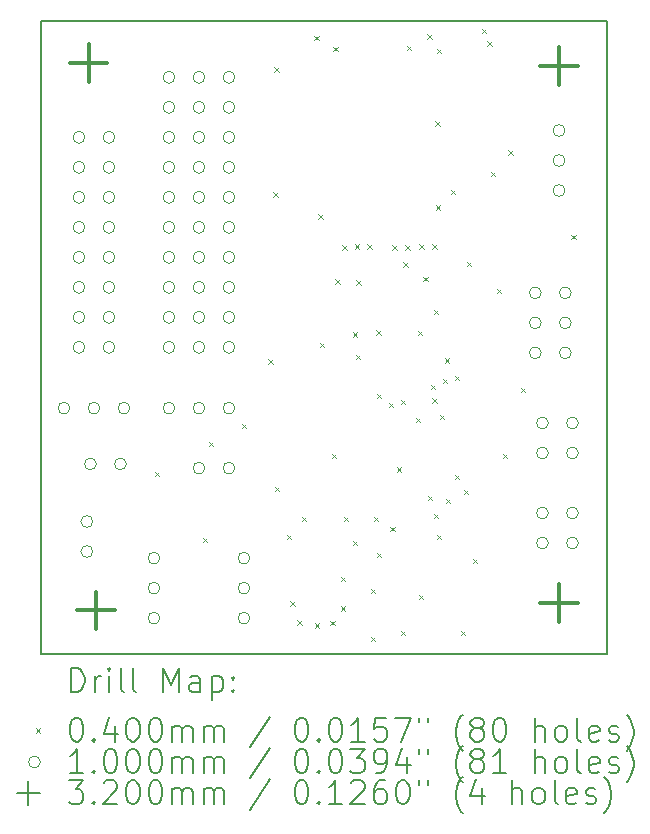
<source format=gbr>
%TF.GenerationSoftware,KiCad,Pcbnew,7.0.7*%
%TF.CreationDate,2023-10-11T19:37:05-04:00*%
%TF.ProjectId,DaisySeedBreakout,44616973-7953-4656-9564-427265616b6f,rev?*%
%TF.SameCoordinates,Original*%
%TF.FileFunction,Drillmap*%
%TF.FilePolarity,Positive*%
%FSLAX45Y45*%
G04 Gerber Fmt 4.5, Leading zero omitted, Abs format (unit mm)*
G04 Created by KiCad (PCBNEW 7.0.7) date 2023-10-11 19:37:05*
%MOMM*%
%LPD*%
G01*
G04 APERTURE LIST*
%ADD10C,0.200000*%
%ADD11C,0.040000*%
%ADD12C,0.100000*%
%ADD13C,0.320000*%
G04 APERTURE END LIST*
D10*
X11620500Y-3200400D02*
X16408400Y-3200400D01*
X16408400Y-8559800D01*
X11620500Y-8559800D01*
X11620500Y-3200400D01*
D11*
X12578400Y-7015800D02*
X12618400Y-7055800D01*
X12618400Y-7015800D02*
X12578400Y-7055800D01*
X12984800Y-7574600D02*
X13024800Y-7614600D01*
X13024800Y-7574600D02*
X12984800Y-7614600D01*
X13035600Y-6761800D02*
X13075600Y-6801800D01*
X13075600Y-6761800D02*
X13035600Y-6801800D01*
X13315000Y-6609400D02*
X13355000Y-6649400D01*
X13355000Y-6609400D02*
X13315000Y-6649400D01*
X13541060Y-6065840D02*
X13581060Y-6105840D01*
X13581060Y-6065840D02*
X13541060Y-6105840D01*
X13581700Y-4651060D02*
X13621700Y-4691060D01*
X13621700Y-4651060D02*
X13581700Y-4691060D01*
X13591860Y-3591880D02*
X13631860Y-3631880D01*
X13631860Y-3591880D02*
X13591860Y-3631880D01*
X13594400Y-7142800D02*
X13634400Y-7182800D01*
X13634400Y-7142800D02*
X13594400Y-7182800D01*
X13696000Y-7549200D02*
X13736000Y-7589200D01*
X13736000Y-7549200D02*
X13696000Y-7589200D01*
X13723142Y-8109199D02*
X13763142Y-8149199D01*
X13763142Y-8109199D02*
X13723142Y-8149199D01*
X13786912Y-8275897D02*
X13826912Y-8315897D01*
X13826912Y-8275897D02*
X13786912Y-8315897D01*
X13823000Y-7396800D02*
X13863000Y-7436800D01*
X13863000Y-7396800D02*
X13823000Y-7436800D01*
X13927140Y-3325180D02*
X13967140Y-3365180D01*
X13967140Y-3325180D02*
X13927140Y-3365180D01*
X13932220Y-8295960D02*
X13972220Y-8335960D01*
X13972220Y-8295960D02*
X13932220Y-8335960D01*
X13960160Y-4836480D02*
X14000160Y-4876480D01*
X14000160Y-4836480D02*
X13960160Y-4876480D01*
X13975400Y-5923600D02*
X14015400Y-5963600D01*
X14015400Y-5923600D02*
X13975400Y-5963600D01*
X14062651Y-8277500D02*
X14102651Y-8317500D01*
X14102651Y-8277500D02*
X14062651Y-8317500D01*
X14077000Y-6863400D02*
X14117000Y-6903400D01*
X14117000Y-6863400D02*
X14077000Y-6903400D01*
X14089700Y-3416620D02*
X14129700Y-3456620D01*
X14129700Y-3416620D02*
X14089700Y-3456620D01*
X14107480Y-5385120D02*
X14147480Y-5425120D01*
X14147480Y-5385120D02*
X14107480Y-5425120D01*
X14153181Y-8156892D02*
X14193181Y-8196892D01*
X14193181Y-8156892D02*
X14153181Y-8196892D01*
X14153200Y-7904800D02*
X14193200Y-7944800D01*
X14193200Y-7904800D02*
X14153200Y-7944800D01*
X14167425Y-5096575D02*
X14207425Y-5136575D01*
X14207425Y-5096575D02*
X14167425Y-5136575D01*
X14178600Y-7396800D02*
X14218600Y-7436800D01*
X14218600Y-7396800D02*
X14178600Y-7436800D01*
X14254800Y-5834700D02*
X14294800Y-5874700D01*
X14294800Y-5834700D02*
X14254800Y-5874700D01*
X14254800Y-7600000D02*
X14294800Y-7640000D01*
X14294800Y-7600000D02*
X14254800Y-7640000D01*
X14270839Y-5089659D02*
X14310839Y-5129659D01*
X14310839Y-5089659D02*
X14270839Y-5129659D01*
X14280200Y-6025200D02*
X14320200Y-6065200D01*
X14320200Y-6025200D02*
X14280200Y-6065200D01*
X14285280Y-5392740D02*
X14325280Y-5432740D01*
X14325280Y-5392740D02*
X14285280Y-5432740D01*
X14380839Y-5087119D02*
X14420839Y-5127119D01*
X14420839Y-5087119D02*
X14380839Y-5127119D01*
X14407200Y-8006400D02*
X14447200Y-8046400D01*
X14447200Y-8006400D02*
X14407200Y-8046400D01*
X14407200Y-8412800D02*
X14447200Y-8452800D01*
X14447200Y-8412800D02*
X14407200Y-8452800D01*
X14432600Y-7396800D02*
X14472600Y-7436800D01*
X14472600Y-7396800D02*
X14432600Y-7436800D01*
X14455695Y-5820555D02*
X14495695Y-5860555D01*
X14495695Y-5820555D02*
X14455695Y-5860555D01*
X14458000Y-6355400D02*
X14498000Y-6395400D01*
X14498000Y-6355400D02*
X14458000Y-6395400D01*
X14458000Y-7701600D02*
X14498000Y-7741600D01*
X14498000Y-7701600D02*
X14458000Y-7741600D01*
X14559600Y-6431600D02*
X14599600Y-6471600D01*
X14599600Y-6431600D02*
X14559600Y-6471600D01*
X14570321Y-7480763D02*
X14610321Y-7520763D01*
X14610321Y-7480763D02*
X14570321Y-7520763D01*
X14586686Y-5097940D02*
X14626686Y-5137940D01*
X14626686Y-5097940D02*
X14586686Y-5137940D01*
X14628629Y-6975925D02*
X14668629Y-7015925D01*
X14668629Y-6975925D02*
X14628629Y-7015925D01*
X14661200Y-6406200D02*
X14701200Y-6446200D01*
X14701200Y-6406200D02*
X14661200Y-6446200D01*
X14661200Y-8362000D02*
X14701200Y-8402000D01*
X14701200Y-8362000D02*
X14661200Y-8402000D01*
X14679791Y-5242911D02*
X14719791Y-5282911D01*
X14719791Y-5242911D02*
X14679791Y-5282911D01*
X14699659Y-5097279D02*
X14739659Y-5137279D01*
X14739659Y-5097279D02*
X14699659Y-5137279D01*
X14712000Y-3409000D02*
X14752000Y-3449000D01*
X14752000Y-3409000D02*
X14712000Y-3449000D01*
X14788200Y-6558600D02*
X14828200Y-6598600D01*
X14828200Y-6558600D02*
X14788200Y-6598600D01*
X14805980Y-5822000D02*
X14845980Y-5862000D01*
X14845980Y-5822000D02*
X14805980Y-5862000D01*
X14813600Y-8057200D02*
X14853600Y-8097200D01*
X14853600Y-8057200D02*
X14813600Y-8097200D01*
X14820839Y-5087119D02*
X14860839Y-5127119D01*
X14860839Y-5087119D02*
X14820839Y-5127119D01*
X14854240Y-5364800D02*
X14894240Y-5404800D01*
X14894240Y-5364800D02*
X14854240Y-5404800D01*
X14887260Y-3312480D02*
X14927260Y-3352480D01*
X14927260Y-3312480D02*
X14887260Y-3352480D01*
X14889800Y-7219000D02*
X14929800Y-7259000D01*
X14929800Y-7219000D02*
X14889800Y-7259000D01*
X14915200Y-6279200D02*
X14955200Y-6319200D01*
X14955200Y-6279200D02*
X14915200Y-6319200D01*
X14925551Y-6391521D02*
X14965551Y-6431521D01*
X14965551Y-6391521D02*
X14925551Y-6431521D01*
X14930839Y-5089659D02*
X14970839Y-5129659D01*
X14970839Y-5089659D02*
X14930839Y-5129659D01*
X14940600Y-5644200D02*
X14980600Y-5684200D01*
X14980600Y-5644200D02*
X14940600Y-5684200D01*
X14940600Y-7371400D02*
X14980600Y-7411400D01*
X14980600Y-7371400D02*
X14940600Y-7411400D01*
X14953300Y-4046540D02*
X14993300Y-4086540D01*
X14993300Y-4046540D02*
X14953300Y-4086540D01*
X14958271Y-4759929D02*
X14998271Y-4799929D01*
X14998271Y-4759929D02*
X14958271Y-4799929D01*
X14966000Y-3434400D02*
X15006000Y-3474400D01*
X15006000Y-3434400D02*
X14966000Y-3474400D01*
X14966000Y-7549200D02*
X15006000Y-7589200D01*
X15006000Y-7549200D02*
X14966000Y-7589200D01*
X14992295Y-6532305D02*
X15032295Y-6572305D01*
X15032295Y-6532305D02*
X14992295Y-6572305D01*
X15016800Y-6228400D02*
X15056800Y-6268400D01*
X15056800Y-6228400D02*
X15016800Y-6268400D01*
X15034580Y-6055680D02*
X15074580Y-6095680D01*
X15074580Y-6055680D02*
X15034580Y-6095680D01*
X15042200Y-7244400D02*
X15082200Y-7284400D01*
X15082200Y-7244400D02*
X15042200Y-7284400D01*
X15085380Y-4628200D02*
X15125380Y-4668200D01*
X15125380Y-4628200D02*
X15085380Y-4668200D01*
X15118400Y-6203000D02*
X15158400Y-6243000D01*
X15158400Y-6203000D02*
X15118400Y-6243000D01*
X15118400Y-7041200D02*
X15158400Y-7081200D01*
X15158400Y-7041200D02*
X15118400Y-7081200D01*
X15169200Y-8362000D02*
X15209200Y-8402000D01*
X15209200Y-8362000D02*
X15169200Y-8402000D01*
X15194600Y-7168200D02*
X15234600Y-7208200D01*
X15234600Y-7168200D02*
X15194600Y-7208200D01*
X15220000Y-5237800D02*
X15260000Y-5277800D01*
X15260000Y-5237800D02*
X15220000Y-5277800D01*
X15270800Y-7752400D02*
X15310800Y-7792400D01*
X15310800Y-7752400D02*
X15270800Y-7792400D01*
X15347000Y-3265590D02*
X15387000Y-3305590D01*
X15387000Y-3265590D02*
X15347000Y-3305590D01*
X15395260Y-3373440D02*
X15435260Y-3413440D01*
X15435260Y-3373440D02*
X15395260Y-3413440D01*
X15423200Y-4475800D02*
X15463200Y-4515800D01*
X15463200Y-4475800D02*
X15423200Y-4515800D01*
X15474000Y-5466400D02*
X15514000Y-5506400D01*
X15514000Y-5466400D02*
X15474000Y-5506400D01*
X15524800Y-6863400D02*
X15564800Y-6903400D01*
X15564800Y-6863400D02*
X15524800Y-6903400D01*
X15573060Y-4292920D02*
X15613060Y-4332920D01*
X15613060Y-4292920D02*
X15573060Y-4332920D01*
X15677200Y-6304600D02*
X15717200Y-6344600D01*
X15717200Y-6304600D02*
X15677200Y-6344600D01*
X16103920Y-5009200D02*
X16143920Y-5049200D01*
X16143920Y-5009200D02*
X16103920Y-5049200D01*
D12*
X11861000Y-6477000D02*
G75*
G03*
X11861000Y-6477000I-50000J0D01*
G01*
X11988000Y-4185000D02*
G75*
G03*
X11988000Y-4185000I-50000J0D01*
G01*
X11988000Y-4439000D02*
G75*
G03*
X11988000Y-4439000I-50000J0D01*
G01*
X11988000Y-4693000D02*
G75*
G03*
X11988000Y-4693000I-50000J0D01*
G01*
X11988000Y-4947000D02*
G75*
G03*
X11988000Y-4947000I-50000J0D01*
G01*
X11988000Y-5201000D02*
G75*
G03*
X11988000Y-5201000I-50000J0D01*
G01*
X11988000Y-5455000D02*
G75*
G03*
X11988000Y-5455000I-50000J0D01*
G01*
X11988000Y-5709000D02*
G75*
G03*
X11988000Y-5709000I-50000J0D01*
G01*
X11988000Y-5963000D02*
G75*
G03*
X11988000Y-5963000I-50000J0D01*
G01*
X12054318Y-7438162D02*
G75*
G03*
X12054318Y-7438162I-50000J0D01*
G01*
X12054318Y-7692162D02*
G75*
G03*
X12054318Y-7692162I-50000J0D01*
G01*
X12084556Y-6949842D02*
G75*
G03*
X12084556Y-6949842I-50000J0D01*
G01*
X12115000Y-6477000D02*
G75*
G03*
X12115000Y-6477000I-50000J0D01*
G01*
X12242000Y-4185000D02*
G75*
G03*
X12242000Y-4185000I-50000J0D01*
G01*
X12242000Y-4439000D02*
G75*
G03*
X12242000Y-4439000I-50000J0D01*
G01*
X12242000Y-4693000D02*
G75*
G03*
X12242000Y-4693000I-50000J0D01*
G01*
X12242000Y-4947000D02*
G75*
G03*
X12242000Y-4947000I-50000J0D01*
G01*
X12242000Y-5201000D02*
G75*
G03*
X12242000Y-5201000I-50000J0D01*
G01*
X12242000Y-5455000D02*
G75*
G03*
X12242000Y-5455000I-50000J0D01*
G01*
X12242000Y-5709000D02*
G75*
G03*
X12242000Y-5709000I-50000J0D01*
G01*
X12242000Y-5963000D02*
G75*
G03*
X12242000Y-5963000I-50000J0D01*
G01*
X12338556Y-6949842D02*
G75*
G03*
X12338556Y-6949842I-50000J0D01*
G01*
X12369000Y-6477000D02*
G75*
G03*
X12369000Y-6477000I-50000J0D01*
G01*
X12623000Y-7747000D02*
G75*
G03*
X12623000Y-7747000I-50000J0D01*
G01*
X12623000Y-8001000D02*
G75*
G03*
X12623000Y-8001000I-50000J0D01*
G01*
X12623000Y-8255000D02*
G75*
G03*
X12623000Y-8255000I-50000J0D01*
G01*
X12750000Y-3677000D02*
G75*
G03*
X12750000Y-3677000I-50000J0D01*
G01*
X12750000Y-3931000D02*
G75*
G03*
X12750000Y-3931000I-50000J0D01*
G01*
X12750000Y-4185000D02*
G75*
G03*
X12750000Y-4185000I-50000J0D01*
G01*
X12750000Y-4439000D02*
G75*
G03*
X12750000Y-4439000I-50000J0D01*
G01*
X12750000Y-4693000D02*
G75*
G03*
X12750000Y-4693000I-50000J0D01*
G01*
X12750000Y-4947000D02*
G75*
G03*
X12750000Y-4947000I-50000J0D01*
G01*
X12750000Y-5201000D02*
G75*
G03*
X12750000Y-5201000I-50000J0D01*
G01*
X12750000Y-5455000D02*
G75*
G03*
X12750000Y-5455000I-50000J0D01*
G01*
X12750000Y-5709000D02*
G75*
G03*
X12750000Y-5709000I-50000J0D01*
G01*
X12750000Y-5963000D02*
G75*
G03*
X12750000Y-5963000I-50000J0D01*
G01*
X12750000Y-6477000D02*
G75*
G03*
X12750000Y-6477000I-50000J0D01*
G01*
X13004000Y-3677000D02*
G75*
G03*
X13004000Y-3677000I-50000J0D01*
G01*
X13004000Y-3931000D02*
G75*
G03*
X13004000Y-3931000I-50000J0D01*
G01*
X13004000Y-4185000D02*
G75*
G03*
X13004000Y-4185000I-50000J0D01*
G01*
X13004000Y-4439000D02*
G75*
G03*
X13004000Y-4439000I-50000J0D01*
G01*
X13004000Y-4693000D02*
G75*
G03*
X13004000Y-4693000I-50000J0D01*
G01*
X13004000Y-4947000D02*
G75*
G03*
X13004000Y-4947000I-50000J0D01*
G01*
X13004000Y-5201000D02*
G75*
G03*
X13004000Y-5201000I-50000J0D01*
G01*
X13004000Y-5455000D02*
G75*
G03*
X13004000Y-5455000I-50000J0D01*
G01*
X13004000Y-5709000D02*
G75*
G03*
X13004000Y-5709000I-50000J0D01*
G01*
X13004000Y-5963000D02*
G75*
G03*
X13004000Y-5963000I-50000J0D01*
G01*
X13004000Y-6477000D02*
G75*
G03*
X13004000Y-6477000I-50000J0D01*
G01*
X13004000Y-6985000D02*
G75*
G03*
X13004000Y-6985000I-50000J0D01*
G01*
X13258000Y-3677000D02*
G75*
G03*
X13258000Y-3677000I-50000J0D01*
G01*
X13258000Y-3931000D02*
G75*
G03*
X13258000Y-3931000I-50000J0D01*
G01*
X13258000Y-4185000D02*
G75*
G03*
X13258000Y-4185000I-50000J0D01*
G01*
X13258000Y-4439000D02*
G75*
G03*
X13258000Y-4439000I-50000J0D01*
G01*
X13258000Y-4693000D02*
G75*
G03*
X13258000Y-4693000I-50000J0D01*
G01*
X13258000Y-4947000D02*
G75*
G03*
X13258000Y-4947000I-50000J0D01*
G01*
X13258000Y-5201000D02*
G75*
G03*
X13258000Y-5201000I-50000J0D01*
G01*
X13258000Y-5455000D02*
G75*
G03*
X13258000Y-5455000I-50000J0D01*
G01*
X13258000Y-5709000D02*
G75*
G03*
X13258000Y-5709000I-50000J0D01*
G01*
X13258000Y-5963000D02*
G75*
G03*
X13258000Y-5963000I-50000J0D01*
G01*
X13258000Y-6477000D02*
G75*
G03*
X13258000Y-6477000I-50000J0D01*
G01*
X13258000Y-6985000D02*
G75*
G03*
X13258000Y-6985000I-50000J0D01*
G01*
X13385000Y-7747000D02*
G75*
G03*
X13385000Y-7747000I-50000J0D01*
G01*
X13385000Y-8001000D02*
G75*
G03*
X13385000Y-8001000I-50000J0D01*
G01*
X13385000Y-8255000D02*
G75*
G03*
X13385000Y-8255000I-50000J0D01*
G01*
X15851340Y-5501640D02*
G75*
G03*
X15851340Y-5501640I-50000J0D01*
G01*
X15851340Y-5755640D02*
G75*
G03*
X15851340Y-5755640I-50000J0D01*
G01*
X15851340Y-6009640D02*
G75*
G03*
X15851340Y-6009640I-50000J0D01*
G01*
X15911732Y-6604000D02*
G75*
G03*
X15911732Y-6604000I-50000J0D01*
G01*
X15911732Y-6858000D02*
G75*
G03*
X15911732Y-6858000I-50000J0D01*
G01*
X15911732Y-7366000D02*
G75*
G03*
X15911732Y-7366000I-50000J0D01*
G01*
X15911732Y-7620000D02*
G75*
G03*
X15911732Y-7620000I-50000J0D01*
G01*
X16052000Y-4127500D02*
G75*
G03*
X16052000Y-4127500I-50000J0D01*
G01*
X16052000Y-4381500D02*
G75*
G03*
X16052000Y-4381500I-50000J0D01*
G01*
X16052000Y-4635500D02*
G75*
G03*
X16052000Y-4635500I-50000J0D01*
G01*
X16105340Y-5501640D02*
G75*
G03*
X16105340Y-5501640I-50000J0D01*
G01*
X16105340Y-5755640D02*
G75*
G03*
X16105340Y-5755640I-50000J0D01*
G01*
X16105340Y-6009640D02*
G75*
G03*
X16105340Y-6009640I-50000J0D01*
G01*
X16165732Y-6604000D02*
G75*
G03*
X16165732Y-6604000I-50000J0D01*
G01*
X16165732Y-6858000D02*
G75*
G03*
X16165732Y-6858000I-50000J0D01*
G01*
X16165732Y-7366000D02*
G75*
G03*
X16165732Y-7366000I-50000J0D01*
G01*
X16165732Y-7620000D02*
G75*
G03*
X16165732Y-7620000I-50000J0D01*
G01*
D13*
X12018799Y-3396000D02*
X12018799Y-3716000D01*
X11858799Y-3556000D02*
X12178799Y-3556000D01*
X12085520Y-8031082D02*
X12085520Y-8351082D01*
X11925520Y-8191082D02*
X12245520Y-8191082D01*
X16002000Y-3421400D02*
X16002000Y-3741400D01*
X15842000Y-3581400D02*
X16162000Y-3581400D01*
X16002000Y-7968000D02*
X16002000Y-8288000D01*
X15842000Y-8128000D02*
X16162000Y-8128000D01*
D10*
X11871277Y-8881284D02*
X11871277Y-8681284D01*
X11871277Y-8681284D02*
X11918896Y-8681284D01*
X11918896Y-8681284D02*
X11947467Y-8690808D01*
X11947467Y-8690808D02*
X11966515Y-8709855D01*
X11966515Y-8709855D02*
X11976039Y-8728903D01*
X11976039Y-8728903D02*
X11985562Y-8766998D01*
X11985562Y-8766998D02*
X11985562Y-8795570D01*
X11985562Y-8795570D02*
X11976039Y-8833665D01*
X11976039Y-8833665D02*
X11966515Y-8852712D01*
X11966515Y-8852712D02*
X11947467Y-8871760D01*
X11947467Y-8871760D02*
X11918896Y-8881284D01*
X11918896Y-8881284D02*
X11871277Y-8881284D01*
X12071277Y-8881284D02*
X12071277Y-8747950D01*
X12071277Y-8786046D02*
X12080801Y-8766998D01*
X12080801Y-8766998D02*
X12090324Y-8757474D01*
X12090324Y-8757474D02*
X12109372Y-8747950D01*
X12109372Y-8747950D02*
X12128420Y-8747950D01*
X12195086Y-8881284D02*
X12195086Y-8747950D01*
X12195086Y-8681284D02*
X12185562Y-8690808D01*
X12185562Y-8690808D02*
X12195086Y-8700331D01*
X12195086Y-8700331D02*
X12204610Y-8690808D01*
X12204610Y-8690808D02*
X12195086Y-8681284D01*
X12195086Y-8681284D02*
X12195086Y-8700331D01*
X12318896Y-8881284D02*
X12299848Y-8871760D01*
X12299848Y-8871760D02*
X12290324Y-8852712D01*
X12290324Y-8852712D02*
X12290324Y-8681284D01*
X12423658Y-8881284D02*
X12404610Y-8871760D01*
X12404610Y-8871760D02*
X12395086Y-8852712D01*
X12395086Y-8852712D02*
X12395086Y-8681284D01*
X12652229Y-8881284D02*
X12652229Y-8681284D01*
X12652229Y-8681284D02*
X12718896Y-8824141D01*
X12718896Y-8824141D02*
X12785562Y-8681284D01*
X12785562Y-8681284D02*
X12785562Y-8881284D01*
X12966515Y-8881284D02*
X12966515Y-8776522D01*
X12966515Y-8776522D02*
X12956991Y-8757474D01*
X12956991Y-8757474D02*
X12937943Y-8747950D01*
X12937943Y-8747950D02*
X12899848Y-8747950D01*
X12899848Y-8747950D02*
X12880801Y-8757474D01*
X12966515Y-8871760D02*
X12947467Y-8881284D01*
X12947467Y-8881284D02*
X12899848Y-8881284D01*
X12899848Y-8881284D02*
X12880801Y-8871760D01*
X12880801Y-8871760D02*
X12871277Y-8852712D01*
X12871277Y-8852712D02*
X12871277Y-8833665D01*
X12871277Y-8833665D02*
X12880801Y-8814617D01*
X12880801Y-8814617D02*
X12899848Y-8805093D01*
X12899848Y-8805093D02*
X12947467Y-8805093D01*
X12947467Y-8805093D02*
X12966515Y-8795570D01*
X13061753Y-8747950D02*
X13061753Y-8947950D01*
X13061753Y-8757474D02*
X13080801Y-8747950D01*
X13080801Y-8747950D02*
X13118896Y-8747950D01*
X13118896Y-8747950D02*
X13137943Y-8757474D01*
X13137943Y-8757474D02*
X13147467Y-8766998D01*
X13147467Y-8766998D02*
X13156991Y-8786046D01*
X13156991Y-8786046D02*
X13156991Y-8843189D01*
X13156991Y-8843189D02*
X13147467Y-8862236D01*
X13147467Y-8862236D02*
X13137943Y-8871760D01*
X13137943Y-8871760D02*
X13118896Y-8881284D01*
X13118896Y-8881284D02*
X13080801Y-8881284D01*
X13080801Y-8881284D02*
X13061753Y-8871760D01*
X13242705Y-8862236D02*
X13252229Y-8871760D01*
X13252229Y-8871760D02*
X13242705Y-8881284D01*
X13242705Y-8881284D02*
X13233182Y-8871760D01*
X13233182Y-8871760D02*
X13242705Y-8862236D01*
X13242705Y-8862236D02*
X13242705Y-8881284D01*
X13242705Y-8757474D02*
X13252229Y-8766998D01*
X13252229Y-8766998D02*
X13242705Y-8776522D01*
X13242705Y-8776522D02*
X13233182Y-8766998D01*
X13233182Y-8766998D02*
X13242705Y-8757474D01*
X13242705Y-8757474D02*
X13242705Y-8776522D01*
D11*
X11570500Y-9189800D02*
X11610500Y-9229800D01*
X11610500Y-9189800D02*
X11570500Y-9229800D01*
D10*
X11909372Y-9101284D02*
X11928420Y-9101284D01*
X11928420Y-9101284D02*
X11947467Y-9110808D01*
X11947467Y-9110808D02*
X11956991Y-9120331D01*
X11956991Y-9120331D02*
X11966515Y-9139379D01*
X11966515Y-9139379D02*
X11976039Y-9177474D01*
X11976039Y-9177474D02*
X11976039Y-9225093D01*
X11976039Y-9225093D02*
X11966515Y-9263189D01*
X11966515Y-9263189D02*
X11956991Y-9282236D01*
X11956991Y-9282236D02*
X11947467Y-9291760D01*
X11947467Y-9291760D02*
X11928420Y-9301284D01*
X11928420Y-9301284D02*
X11909372Y-9301284D01*
X11909372Y-9301284D02*
X11890324Y-9291760D01*
X11890324Y-9291760D02*
X11880801Y-9282236D01*
X11880801Y-9282236D02*
X11871277Y-9263189D01*
X11871277Y-9263189D02*
X11861753Y-9225093D01*
X11861753Y-9225093D02*
X11861753Y-9177474D01*
X11861753Y-9177474D02*
X11871277Y-9139379D01*
X11871277Y-9139379D02*
X11880801Y-9120331D01*
X11880801Y-9120331D02*
X11890324Y-9110808D01*
X11890324Y-9110808D02*
X11909372Y-9101284D01*
X12061753Y-9282236D02*
X12071277Y-9291760D01*
X12071277Y-9291760D02*
X12061753Y-9301284D01*
X12061753Y-9301284D02*
X12052229Y-9291760D01*
X12052229Y-9291760D02*
X12061753Y-9282236D01*
X12061753Y-9282236D02*
X12061753Y-9301284D01*
X12242705Y-9167950D02*
X12242705Y-9301284D01*
X12195086Y-9091760D02*
X12147467Y-9234617D01*
X12147467Y-9234617D02*
X12271277Y-9234617D01*
X12385562Y-9101284D02*
X12404610Y-9101284D01*
X12404610Y-9101284D02*
X12423658Y-9110808D01*
X12423658Y-9110808D02*
X12433182Y-9120331D01*
X12433182Y-9120331D02*
X12442705Y-9139379D01*
X12442705Y-9139379D02*
X12452229Y-9177474D01*
X12452229Y-9177474D02*
X12452229Y-9225093D01*
X12452229Y-9225093D02*
X12442705Y-9263189D01*
X12442705Y-9263189D02*
X12433182Y-9282236D01*
X12433182Y-9282236D02*
X12423658Y-9291760D01*
X12423658Y-9291760D02*
X12404610Y-9301284D01*
X12404610Y-9301284D02*
X12385562Y-9301284D01*
X12385562Y-9301284D02*
X12366515Y-9291760D01*
X12366515Y-9291760D02*
X12356991Y-9282236D01*
X12356991Y-9282236D02*
X12347467Y-9263189D01*
X12347467Y-9263189D02*
X12337943Y-9225093D01*
X12337943Y-9225093D02*
X12337943Y-9177474D01*
X12337943Y-9177474D02*
X12347467Y-9139379D01*
X12347467Y-9139379D02*
X12356991Y-9120331D01*
X12356991Y-9120331D02*
X12366515Y-9110808D01*
X12366515Y-9110808D02*
X12385562Y-9101284D01*
X12576039Y-9101284D02*
X12595086Y-9101284D01*
X12595086Y-9101284D02*
X12614134Y-9110808D01*
X12614134Y-9110808D02*
X12623658Y-9120331D01*
X12623658Y-9120331D02*
X12633182Y-9139379D01*
X12633182Y-9139379D02*
X12642705Y-9177474D01*
X12642705Y-9177474D02*
X12642705Y-9225093D01*
X12642705Y-9225093D02*
X12633182Y-9263189D01*
X12633182Y-9263189D02*
X12623658Y-9282236D01*
X12623658Y-9282236D02*
X12614134Y-9291760D01*
X12614134Y-9291760D02*
X12595086Y-9301284D01*
X12595086Y-9301284D02*
X12576039Y-9301284D01*
X12576039Y-9301284D02*
X12556991Y-9291760D01*
X12556991Y-9291760D02*
X12547467Y-9282236D01*
X12547467Y-9282236D02*
X12537943Y-9263189D01*
X12537943Y-9263189D02*
X12528420Y-9225093D01*
X12528420Y-9225093D02*
X12528420Y-9177474D01*
X12528420Y-9177474D02*
X12537943Y-9139379D01*
X12537943Y-9139379D02*
X12547467Y-9120331D01*
X12547467Y-9120331D02*
X12556991Y-9110808D01*
X12556991Y-9110808D02*
X12576039Y-9101284D01*
X12728420Y-9301284D02*
X12728420Y-9167950D01*
X12728420Y-9186998D02*
X12737943Y-9177474D01*
X12737943Y-9177474D02*
X12756991Y-9167950D01*
X12756991Y-9167950D02*
X12785563Y-9167950D01*
X12785563Y-9167950D02*
X12804610Y-9177474D01*
X12804610Y-9177474D02*
X12814134Y-9196522D01*
X12814134Y-9196522D02*
X12814134Y-9301284D01*
X12814134Y-9196522D02*
X12823658Y-9177474D01*
X12823658Y-9177474D02*
X12842705Y-9167950D01*
X12842705Y-9167950D02*
X12871277Y-9167950D01*
X12871277Y-9167950D02*
X12890324Y-9177474D01*
X12890324Y-9177474D02*
X12899848Y-9196522D01*
X12899848Y-9196522D02*
X12899848Y-9301284D01*
X12995086Y-9301284D02*
X12995086Y-9167950D01*
X12995086Y-9186998D02*
X13004610Y-9177474D01*
X13004610Y-9177474D02*
X13023658Y-9167950D01*
X13023658Y-9167950D02*
X13052229Y-9167950D01*
X13052229Y-9167950D02*
X13071277Y-9177474D01*
X13071277Y-9177474D02*
X13080801Y-9196522D01*
X13080801Y-9196522D02*
X13080801Y-9301284D01*
X13080801Y-9196522D02*
X13090324Y-9177474D01*
X13090324Y-9177474D02*
X13109372Y-9167950D01*
X13109372Y-9167950D02*
X13137943Y-9167950D01*
X13137943Y-9167950D02*
X13156991Y-9177474D01*
X13156991Y-9177474D02*
X13166515Y-9196522D01*
X13166515Y-9196522D02*
X13166515Y-9301284D01*
X13556991Y-9091760D02*
X13385563Y-9348903D01*
X13814134Y-9101284D02*
X13833182Y-9101284D01*
X13833182Y-9101284D02*
X13852229Y-9110808D01*
X13852229Y-9110808D02*
X13861753Y-9120331D01*
X13861753Y-9120331D02*
X13871277Y-9139379D01*
X13871277Y-9139379D02*
X13880801Y-9177474D01*
X13880801Y-9177474D02*
X13880801Y-9225093D01*
X13880801Y-9225093D02*
X13871277Y-9263189D01*
X13871277Y-9263189D02*
X13861753Y-9282236D01*
X13861753Y-9282236D02*
X13852229Y-9291760D01*
X13852229Y-9291760D02*
X13833182Y-9301284D01*
X13833182Y-9301284D02*
X13814134Y-9301284D01*
X13814134Y-9301284D02*
X13795086Y-9291760D01*
X13795086Y-9291760D02*
X13785563Y-9282236D01*
X13785563Y-9282236D02*
X13776039Y-9263189D01*
X13776039Y-9263189D02*
X13766515Y-9225093D01*
X13766515Y-9225093D02*
X13766515Y-9177474D01*
X13766515Y-9177474D02*
X13776039Y-9139379D01*
X13776039Y-9139379D02*
X13785563Y-9120331D01*
X13785563Y-9120331D02*
X13795086Y-9110808D01*
X13795086Y-9110808D02*
X13814134Y-9101284D01*
X13966515Y-9282236D02*
X13976039Y-9291760D01*
X13976039Y-9291760D02*
X13966515Y-9301284D01*
X13966515Y-9301284D02*
X13956991Y-9291760D01*
X13956991Y-9291760D02*
X13966515Y-9282236D01*
X13966515Y-9282236D02*
X13966515Y-9301284D01*
X14099848Y-9101284D02*
X14118896Y-9101284D01*
X14118896Y-9101284D02*
X14137944Y-9110808D01*
X14137944Y-9110808D02*
X14147467Y-9120331D01*
X14147467Y-9120331D02*
X14156991Y-9139379D01*
X14156991Y-9139379D02*
X14166515Y-9177474D01*
X14166515Y-9177474D02*
X14166515Y-9225093D01*
X14166515Y-9225093D02*
X14156991Y-9263189D01*
X14156991Y-9263189D02*
X14147467Y-9282236D01*
X14147467Y-9282236D02*
X14137944Y-9291760D01*
X14137944Y-9291760D02*
X14118896Y-9301284D01*
X14118896Y-9301284D02*
X14099848Y-9301284D01*
X14099848Y-9301284D02*
X14080801Y-9291760D01*
X14080801Y-9291760D02*
X14071277Y-9282236D01*
X14071277Y-9282236D02*
X14061753Y-9263189D01*
X14061753Y-9263189D02*
X14052229Y-9225093D01*
X14052229Y-9225093D02*
X14052229Y-9177474D01*
X14052229Y-9177474D02*
X14061753Y-9139379D01*
X14061753Y-9139379D02*
X14071277Y-9120331D01*
X14071277Y-9120331D02*
X14080801Y-9110808D01*
X14080801Y-9110808D02*
X14099848Y-9101284D01*
X14356991Y-9301284D02*
X14242706Y-9301284D01*
X14299848Y-9301284D02*
X14299848Y-9101284D01*
X14299848Y-9101284D02*
X14280801Y-9129855D01*
X14280801Y-9129855D02*
X14261753Y-9148903D01*
X14261753Y-9148903D02*
X14242706Y-9158427D01*
X14537944Y-9101284D02*
X14442706Y-9101284D01*
X14442706Y-9101284D02*
X14433182Y-9196522D01*
X14433182Y-9196522D02*
X14442706Y-9186998D01*
X14442706Y-9186998D02*
X14461753Y-9177474D01*
X14461753Y-9177474D02*
X14509372Y-9177474D01*
X14509372Y-9177474D02*
X14528420Y-9186998D01*
X14528420Y-9186998D02*
X14537944Y-9196522D01*
X14537944Y-9196522D02*
X14547467Y-9215570D01*
X14547467Y-9215570D02*
X14547467Y-9263189D01*
X14547467Y-9263189D02*
X14537944Y-9282236D01*
X14537944Y-9282236D02*
X14528420Y-9291760D01*
X14528420Y-9291760D02*
X14509372Y-9301284D01*
X14509372Y-9301284D02*
X14461753Y-9301284D01*
X14461753Y-9301284D02*
X14442706Y-9291760D01*
X14442706Y-9291760D02*
X14433182Y-9282236D01*
X14614134Y-9101284D02*
X14747467Y-9101284D01*
X14747467Y-9101284D02*
X14661753Y-9301284D01*
X14814134Y-9101284D02*
X14814134Y-9139379D01*
X14890325Y-9101284D02*
X14890325Y-9139379D01*
X15185563Y-9377474D02*
X15176039Y-9367950D01*
X15176039Y-9367950D02*
X15156991Y-9339379D01*
X15156991Y-9339379D02*
X15147468Y-9320331D01*
X15147468Y-9320331D02*
X15137944Y-9291760D01*
X15137944Y-9291760D02*
X15128420Y-9244141D01*
X15128420Y-9244141D02*
X15128420Y-9206046D01*
X15128420Y-9206046D02*
X15137944Y-9158427D01*
X15137944Y-9158427D02*
X15147468Y-9129855D01*
X15147468Y-9129855D02*
X15156991Y-9110808D01*
X15156991Y-9110808D02*
X15176039Y-9082236D01*
X15176039Y-9082236D02*
X15185563Y-9072712D01*
X15290325Y-9186998D02*
X15271277Y-9177474D01*
X15271277Y-9177474D02*
X15261753Y-9167950D01*
X15261753Y-9167950D02*
X15252229Y-9148903D01*
X15252229Y-9148903D02*
X15252229Y-9139379D01*
X15252229Y-9139379D02*
X15261753Y-9120331D01*
X15261753Y-9120331D02*
X15271277Y-9110808D01*
X15271277Y-9110808D02*
X15290325Y-9101284D01*
X15290325Y-9101284D02*
X15328420Y-9101284D01*
X15328420Y-9101284D02*
X15347468Y-9110808D01*
X15347468Y-9110808D02*
X15356991Y-9120331D01*
X15356991Y-9120331D02*
X15366515Y-9139379D01*
X15366515Y-9139379D02*
X15366515Y-9148903D01*
X15366515Y-9148903D02*
X15356991Y-9167950D01*
X15356991Y-9167950D02*
X15347468Y-9177474D01*
X15347468Y-9177474D02*
X15328420Y-9186998D01*
X15328420Y-9186998D02*
X15290325Y-9186998D01*
X15290325Y-9186998D02*
X15271277Y-9196522D01*
X15271277Y-9196522D02*
X15261753Y-9206046D01*
X15261753Y-9206046D02*
X15252229Y-9225093D01*
X15252229Y-9225093D02*
X15252229Y-9263189D01*
X15252229Y-9263189D02*
X15261753Y-9282236D01*
X15261753Y-9282236D02*
X15271277Y-9291760D01*
X15271277Y-9291760D02*
X15290325Y-9301284D01*
X15290325Y-9301284D02*
X15328420Y-9301284D01*
X15328420Y-9301284D02*
X15347468Y-9291760D01*
X15347468Y-9291760D02*
X15356991Y-9282236D01*
X15356991Y-9282236D02*
X15366515Y-9263189D01*
X15366515Y-9263189D02*
X15366515Y-9225093D01*
X15366515Y-9225093D02*
X15356991Y-9206046D01*
X15356991Y-9206046D02*
X15347468Y-9196522D01*
X15347468Y-9196522D02*
X15328420Y-9186998D01*
X15490325Y-9101284D02*
X15509372Y-9101284D01*
X15509372Y-9101284D02*
X15528420Y-9110808D01*
X15528420Y-9110808D02*
X15537944Y-9120331D01*
X15537944Y-9120331D02*
X15547468Y-9139379D01*
X15547468Y-9139379D02*
X15556991Y-9177474D01*
X15556991Y-9177474D02*
X15556991Y-9225093D01*
X15556991Y-9225093D02*
X15547468Y-9263189D01*
X15547468Y-9263189D02*
X15537944Y-9282236D01*
X15537944Y-9282236D02*
X15528420Y-9291760D01*
X15528420Y-9291760D02*
X15509372Y-9301284D01*
X15509372Y-9301284D02*
X15490325Y-9301284D01*
X15490325Y-9301284D02*
X15471277Y-9291760D01*
X15471277Y-9291760D02*
X15461753Y-9282236D01*
X15461753Y-9282236D02*
X15452229Y-9263189D01*
X15452229Y-9263189D02*
X15442706Y-9225093D01*
X15442706Y-9225093D02*
X15442706Y-9177474D01*
X15442706Y-9177474D02*
X15452229Y-9139379D01*
X15452229Y-9139379D02*
X15461753Y-9120331D01*
X15461753Y-9120331D02*
X15471277Y-9110808D01*
X15471277Y-9110808D02*
X15490325Y-9101284D01*
X15795087Y-9301284D02*
X15795087Y-9101284D01*
X15880801Y-9301284D02*
X15880801Y-9196522D01*
X15880801Y-9196522D02*
X15871277Y-9177474D01*
X15871277Y-9177474D02*
X15852230Y-9167950D01*
X15852230Y-9167950D02*
X15823658Y-9167950D01*
X15823658Y-9167950D02*
X15804610Y-9177474D01*
X15804610Y-9177474D02*
X15795087Y-9186998D01*
X16004610Y-9301284D02*
X15985563Y-9291760D01*
X15985563Y-9291760D02*
X15976039Y-9282236D01*
X15976039Y-9282236D02*
X15966515Y-9263189D01*
X15966515Y-9263189D02*
X15966515Y-9206046D01*
X15966515Y-9206046D02*
X15976039Y-9186998D01*
X15976039Y-9186998D02*
X15985563Y-9177474D01*
X15985563Y-9177474D02*
X16004610Y-9167950D01*
X16004610Y-9167950D02*
X16033182Y-9167950D01*
X16033182Y-9167950D02*
X16052230Y-9177474D01*
X16052230Y-9177474D02*
X16061753Y-9186998D01*
X16061753Y-9186998D02*
X16071277Y-9206046D01*
X16071277Y-9206046D02*
X16071277Y-9263189D01*
X16071277Y-9263189D02*
X16061753Y-9282236D01*
X16061753Y-9282236D02*
X16052230Y-9291760D01*
X16052230Y-9291760D02*
X16033182Y-9301284D01*
X16033182Y-9301284D02*
X16004610Y-9301284D01*
X16185563Y-9301284D02*
X16166515Y-9291760D01*
X16166515Y-9291760D02*
X16156991Y-9272712D01*
X16156991Y-9272712D02*
X16156991Y-9101284D01*
X16337944Y-9291760D02*
X16318896Y-9301284D01*
X16318896Y-9301284D02*
X16280801Y-9301284D01*
X16280801Y-9301284D02*
X16261753Y-9291760D01*
X16261753Y-9291760D02*
X16252230Y-9272712D01*
X16252230Y-9272712D02*
X16252230Y-9196522D01*
X16252230Y-9196522D02*
X16261753Y-9177474D01*
X16261753Y-9177474D02*
X16280801Y-9167950D01*
X16280801Y-9167950D02*
X16318896Y-9167950D01*
X16318896Y-9167950D02*
X16337944Y-9177474D01*
X16337944Y-9177474D02*
X16347468Y-9196522D01*
X16347468Y-9196522D02*
X16347468Y-9215570D01*
X16347468Y-9215570D02*
X16252230Y-9234617D01*
X16423658Y-9291760D02*
X16442706Y-9301284D01*
X16442706Y-9301284D02*
X16480801Y-9301284D01*
X16480801Y-9301284D02*
X16499849Y-9291760D01*
X16499849Y-9291760D02*
X16509372Y-9272712D01*
X16509372Y-9272712D02*
X16509372Y-9263189D01*
X16509372Y-9263189D02*
X16499849Y-9244141D01*
X16499849Y-9244141D02*
X16480801Y-9234617D01*
X16480801Y-9234617D02*
X16452230Y-9234617D01*
X16452230Y-9234617D02*
X16433182Y-9225093D01*
X16433182Y-9225093D02*
X16423658Y-9206046D01*
X16423658Y-9206046D02*
X16423658Y-9196522D01*
X16423658Y-9196522D02*
X16433182Y-9177474D01*
X16433182Y-9177474D02*
X16452230Y-9167950D01*
X16452230Y-9167950D02*
X16480801Y-9167950D01*
X16480801Y-9167950D02*
X16499849Y-9177474D01*
X16576039Y-9377474D02*
X16585563Y-9367950D01*
X16585563Y-9367950D02*
X16604611Y-9339379D01*
X16604611Y-9339379D02*
X16614134Y-9320331D01*
X16614134Y-9320331D02*
X16623658Y-9291760D01*
X16623658Y-9291760D02*
X16633182Y-9244141D01*
X16633182Y-9244141D02*
X16633182Y-9206046D01*
X16633182Y-9206046D02*
X16623658Y-9158427D01*
X16623658Y-9158427D02*
X16614134Y-9129855D01*
X16614134Y-9129855D02*
X16604611Y-9110808D01*
X16604611Y-9110808D02*
X16585563Y-9082236D01*
X16585563Y-9082236D02*
X16576039Y-9072712D01*
D12*
X11610500Y-9473800D02*
G75*
G03*
X11610500Y-9473800I-50000J0D01*
G01*
D10*
X11976039Y-9565284D02*
X11861753Y-9565284D01*
X11918896Y-9565284D02*
X11918896Y-9365284D01*
X11918896Y-9365284D02*
X11899848Y-9393855D01*
X11899848Y-9393855D02*
X11880801Y-9412903D01*
X11880801Y-9412903D02*
X11861753Y-9422427D01*
X12061753Y-9546236D02*
X12071277Y-9555760D01*
X12071277Y-9555760D02*
X12061753Y-9565284D01*
X12061753Y-9565284D02*
X12052229Y-9555760D01*
X12052229Y-9555760D02*
X12061753Y-9546236D01*
X12061753Y-9546236D02*
X12061753Y-9565284D01*
X12195086Y-9365284D02*
X12214134Y-9365284D01*
X12214134Y-9365284D02*
X12233182Y-9374808D01*
X12233182Y-9374808D02*
X12242705Y-9384331D01*
X12242705Y-9384331D02*
X12252229Y-9403379D01*
X12252229Y-9403379D02*
X12261753Y-9441474D01*
X12261753Y-9441474D02*
X12261753Y-9489093D01*
X12261753Y-9489093D02*
X12252229Y-9527189D01*
X12252229Y-9527189D02*
X12242705Y-9546236D01*
X12242705Y-9546236D02*
X12233182Y-9555760D01*
X12233182Y-9555760D02*
X12214134Y-9565284D01*
X12214134Y-9565284D02*
X12195086Y-9565284D01*
X12195086Y-9565284D02*
X12176039Y-9555760D01*
X12176039Y-9555760D02*
X12166515Y-9546236D01*
X12166515Y-9546236D02*
X12156991Y-9527189D01*
X12156991Y-9527189D02*
X12147467Y-9489093D01*
X12147467Y-9489093D02*
X12147467Y-9441474D01*
X12147467Y-9441474D02*
X12156991Y-9403379D01*
X12156991Y-9403379D02*
X12166515Y-9384331D01*
X12166515Y-9384331D02*
X12176039Y-9374808D01*
X12176039Y-9374808D02*
X12195086Y-9365284D01*
X12385562Y-9365284D02*
X12404610Y-9365284D01*
X12404610Y-9365284D02*
X12423658Y-9374808D01*
X12423658Y-9374808D02*
X12433182Y-9384331D01*
X12433182Y-9384331D02*
X12442705Y-9403379D01*
X12442705Y-9403379D02*
X12452229Y-9441474D01*
X12452229Y-9441474D02*
X12452229Y-9489093D01*
X12452229Y-9489093D02*
X12442705Y-9527189D01*
X12442705Y-9527189D02*
X12433182Y-9546236D01*
X12433182Y-9546236D02*
X12423658Y-9555760D01*
X12423658Y-9555760D02*
X12404610Y-9565284D01*
X12404610Y-9565284D02*
X12385562Y-9565284D01*
X12385562Y-9565284D02*
X12366515Y-9555760D01*
X12366515Y-9555760D02*
X12356991Y-9546236D01*
X12356991Y-9546236D02*
X12347467Y-9527189D01*
X12347467Y-9527189D02*
X12337943Y-9489093D01*
X12337943Y-9489093D02*
X12337943Y-9441474D01*
X12337943Y-9441474D02*
X12347467Y-9403379D01*
X12347467Y-9403379D02*
X12356991Y-9384331D01*
X12356991Y-9384331D02*
X12366515Y-9374808D01*
X12366515Y-9374808D02*
X12385562Y-9365284D01*
X12576039Y-9365284D02*
X12595086Y-9365284D01*
X12595086Y-9365284D02*
X12614134Y-9374808D01*
X12614134Y-9374808D02*
X12623658Y-9384331D01*
X12623658Y-9384331D02*
X12633182Y-9403379D01*
X12633182Y-9403379D02*
X12642705Y-9441474D01*
X12642705Y-9441474D02*
X12642705Y-9489093D01*
X12642705Y-9489093D02*
X12633182Y-9527189D01*
X12633182Y-9527189D02*
X12623658Y-9546236D01*
X12623658Y-9546236D02*
X12614134Y-9555760D01*
X12614134Y-9555760D02*
X12595086Y-9565284D01*
X12595086Y-9565284D02*
X12576039Y-9565284D01*
X12576039Y-9565284D02*
X12556991Y-9555760D01*
X12556991Y-9555760D02*
X12547467Y-9546236D01*
X12547467Y-9546236D02*
X12537943Y-9527189D01*
X12537943Y-9527189D02*
X12528420Y-9489093D01*
X12528420Y-9489093D02*
X12528420Y-9441474D01*
X12528420Y-9441474D02*
X12537943Y-9403379D01*
X12537943Y-9403379D02*
X12547467Y-9384331D01*
X12547467Y-9384331D02*
X12556991Y-9374808D01*
X12556991Y-9374808D02*
X12576039Y-9365284D01*
X12728420Y-9565284D02*
X12728420Y-9431950D01*
X12728420Y-9450998D02*
X12737943Y-9441474D01*
X12737943Y-9441474D02*
X12756991Y-9431950D01*
X12756991Y-9431950D02*
X12785563Y-9431950D01*
X12785563Y-9431950D02*
X12804610Y-9441474D01*
X12804610Y-9441474D02*
X12814134Y-9460522D01*
X12814134Y-9460522D02*
X12814134Y-9565284D01*
X12814134Y-9460522D02*
X12823658Y-9441474D01*
X12823658Y-9441474D02*
X12842705Y-9431950D01*
X12842705Y-9431950D02*
X12871277Y-9431950D01*
X12871277Y-9431950D02*
X12890324Y-9441474D01*
X12890324Y-9441474D02*
X12899848Y-9460522D01*
X12899848Y-9460522D02*
X12899848Y-9565284D01*
X12995086Y-9565284D02*
X12995086Y-9431950D01*
X12995086Y-9450998D02*
X13004610Y-9441474D01*
X13004610Y-9441474D02*
X13023658Y-9431950D01*
X13023658Y-9431950D02*
X13052229Y-9431950D01*
X13052229Y-9431950D02*
X13071277Y-9441474D01*
X13071277Y-9441474D02*
X13080801Y-9460522D01*
X13080801Y-9460522D02*
X13080801Y-9565284D01*
X13080801Y-9460522D02*
X13090324Y-9441474D01*
X13090324Y-9441474D02*
X13109372Y-9431950D01*
X13109372Y-9431950D02*
X13137943Y-9431950D01*
X13137943Y-9431950D02*
X13156991Y-9441474D01*
X13156991Y-9441474D02*
X13166515Y-9460522D01*
X13166515Y-9460522D02*
X13166515Y-9565284D01*
X13556991Y-9355760D02*
X13385563Y-9612903D01*
X13814134Y-9365284D02*
X13833182Y-9365284D01*
X13833182Y-9365284D02*
X13852229Y-9374808D01*
X13852229Y-9374808D02*
X13861753Y-9384331D01*
X13861753Y-9384331D02*
X13871277Y-9403379D01*
X13871277Y-9403379D02*
X13880801Y-9441474D01*
X13880801Y-9441474D02*
X13880801Y-9489093D01*
X13880801Y-9489093D02*
X13871277Y-9527189D01*
X13871277Y-9527189D02*
X13861753Y-9546236D01*
X13861753Y-9546236D02*
X13852229Y-9555760D01*
X13852229Y-9555760D02*
X13833182Y-9565284D01*
X13833182Y-9565284D02*
X13814134Y-9565284D01*
X13814134Y-9565284D02*
X13795086Y-9555760D01*
X13795086Y-9555760D02*
X13785563Y-9546236D01*
X13785563Y-9546236D02*
X13776039Y-9527189D01*
X13776039Y-9527189D02*
X13766515Y-9489093D01*
X13766515Y-9489093D02*
X13766515Y-9441474D01*
X13766515Y-9441474D02*
X13776039Y-9403379D01*
X13776039Y-9403379D02*
X13785563Y-9384331D01*
X13785563Y-9384331D02*
X13795086Y-9374808D01*
X13795086Y-9374808D02*
X13814134Y-9365284D01*
X13966515Y-9546236D02*
X13976039Y-9555760D01*
X13976039Y-9555760D02*
X13966515Y-9565284D01*
X13966515Y-9565284D02*
X13956991Y-9555760D01*
X13956991Y-9555760D02*
X13966515Y-9546236D01*
X13966515Y-9546236D02*
X13966515Y-9565284D01*
X14099848Y-9365284D02*
X14118896Y-9365284D01*
X14118896Y-9365284D02*
X14137944Y-9374808D01*
X14137944Y-9374808D02*
X14147467Y-9384331D01*
X14147467Y-9384331D02*
X14156991Y-9403379D01*
X14156991Y-9403379D02*
X14166515Y-9441474D01*
X14166515Y-9441474D02*
X14166515Y-9489093D01*
X14166515Y-9489093D02*
X14156991Y-9527189D01*
X14156991Y-9527189D02*
X14147467Y-9546236D01*
X14147467Y-9546236D02*
X14137944Y-9555760D01*
X14137944Y-9555760D02*
X14118896Y-9565284D01*
X14118896Y-9565284D02*
X14099848Y-9565284D01*
X14099848Y-9565284D02*
X14080801Y-9555760D01*
X14080801Y-9555760D02*
X14071277Y-9546236D01*
X14071277Y-9546236D02*
X14061753Y-9527189D01*
X14061753Y-9527189D02*
X14052229Y-9489093D01*
X14052229Y-9489093D02*
X14052229Y-9441474D01*
X14052229Y-9441474D02*
X14061753Y-9403379D01*
X14061753Y-9403379D02*
X14071277Y-9384331D01*
X14071277Y-9384331D02*
X14080801Y-9374808D01*
X14080801Y-9374808D02*
X14099848Y-9365284D01*
X14233182Y-9365284D02*
X14356991Y-9365284D01*
X14356991Y-9365284D02*
X14290325Y-9441474D01*
X14290325Y-9441474D02*
X14318896Y-9441474D01*
X14318896Y-9441474D02*
X14337944Y-9450998D01*
X14337944Y-9450998D02*
X14347467Y-9460522D01*
X14347467Y-9460522D02*
X14356991Y-9479570D01*
X14356991Y-9479570D02*
X14356991Y-9527189D01*
X14356991Y-9527189D02*
X14347467Y-9546236D01*
X14347467Y-9546236D02*
X14337944Y-9555760D01*
X14337944Y-9555760D02*
X14318896Y-9565284D01*
X14318896Y-9565284D02*
X14261753Y-9565284D01*
X14261753Y-9565284D02*
X14242706Y-9555760D01*
X14242706Y-9555760D02*
X14233182Y-9546236D01*
X14452229Y-9565284D02*
X14490325Y-9565284D01*
X14490325Y-9565284D02*
X14509372Y-9555760D01*
X14509372Y-9555760D02*
X14518896Y-9546236D01*
X14518896Y-9546236D02*
X14537944Y-9517665D01*
X14537944Y-9517665D02*
X14547467Y-9479570D01*
X14547467Y-9479570D02*
X14547467Y-9403379D01*
X14547467Y-9403379D02*
X14537944Y-9384331D01*
X14537944Y-9384331D02*
X14528420Y-9374808D01*
X14528420Y-9374808D02*
X14509372Y-9365284D01*
X14509372Y-9365284D02*
X14471277Y-9365284D01*
X14471277Y-9365284D02*
X14452229Y-9374808D01*
X14452229Y-9374808D02*
X14442706Y-9384331D01*
X14442706Y-9384331D02*
X14433182Y-9403379D01*
X14433182Y-9403379D02*
X14433182Y-9450998D01*
X14433182Y-9450998D02*
X14442706Y-9470046D01*
X14442706Y-9470046D02*
X14452229Y-9479570D01*
X14452229Y-9479570D02*
X14471277Y-9489093D01*
X14471277Y-9489093D02*
X14509372Y-9489093D01*
X14509372Y-9489093D02*
X14528420Y-9479570D01*
X14528420Y-9479570D02*
X14537944Y-9470046D01*
X14537944Y-9470046D02*
X14547467Y-9450998D01*
X14718896Y-9431950D02*
X14718896Y-9565284D01*
X14671277Y-9355760D02*
X14623658Y-9498617D01*
X14623658Y-9498617D02*
X14747467Y-9498617D01*
X14814134Y-9365284D02*
X14814134Y-9403379D01*
X14890325Y-9365284D02*
X14890325Y-9403379D01*
X15185563Y-9641474D02*
X15176039Y-9631950D01*
X15176039Y-9631950D02*
X15156991Y-9603379D01*
X15156991Y-9603379D02*
X15147468Y-9584331D01*
X15147468Y-9584331D02*
X15137944Y-9555760D01*
X15137944Y-9555760D02*
X15128420Y-9508141D01*
X15128420Y-9508141D02*
X15128420Y-9470046D01*
X15128420Y-9470046D02*
X15137944Y-9422427D01*
X15137944Y-9422427D02*
X15147468Y-9393855D01*
X15147468Y-9393855D02*
X15156991Y-9374808D01*
X15156991Y-9374808D02*
X15176039Y-9346236D01*
X15176039Y-9346236D02*
X15185563Y-9336712D01*
X15290325Y-9450998D02*
X15271277Y-9441474D01*
X15271277Y-9441474D02*
X15261753Y-9431950D01*
X15261753Y-9431950D02*
X15252229Y-9412903D01*
X15252229Y-9412903D02*
X15252229Y-9403379D01*
X15252229Y-9403379D02*
X15261753Y-9384331D01*
X15261753Y-9384331D02*
X15271277Y-9374808D01*
X15271277Y-9374808D02*
X15290325Y-9365284D01*
X15290325Y-9365284D02*
X15328420Y-9365284D01*
X15328420Y-9365284D02*
X15347468Y-9374808D01*
X15347468Y-9374808D02*
X15356991Y-9384331D01*
X15356991Y-9384331D02*
X15366515Y-9403379D01*
X15366515Y-9403379D02*
X15366515Y-9412903D01*
X15366515Y-9412903D02*
X15356991Y-9431950D01*
X15356991Y-9431950D02*
X15347468Y-9441474D01*
X15347468Y-9441474D02*
X15328420Y-9450998D01*
X15328420Y-9450998D02*
X15290325Y-9450998D01*
X15290325Y-9450998D02*
X15271277Y-9460522D01*
X15271277Y-9460522D02*
X15261753Y-9470046D01*
X15261753Y-9470046D02*
X15252229Y-9489093D01*
X15252229Y-9489093D02*
X15252229Y-9527189D01*
X15252229Y-9527189D02*
X15261753Y-9546236D01*
X15261753Y-9546236D02*
X15271277Y-9555760D01*
X15271277Y-9555760D02*
X15290325Y-9565284D01*
X15290325Y-9565284D02*
X15328420Y-9565284D01*
X15328420Y-9565284D02*
X15347468Y-9555760D01*
X15347468Y-9555760D02*
X15356991Y-9546236D01*
X15356991Y-9546236D02*
X15366515Y-9527189D01*
X15366515Y-9527189D02*
X15366515Y-9489093D01*
X15366515Y-9489093D02*
X15356991Y-9470046D01*
X15356991Y-9470046D02*
X15347468Y-9460522D01*
X15347468Y-9460522D02*
X15328420Y-9450998D01*
X15556991Y-9565284D02*
X15442706Y-9565284D01*
X15499848Y-9565284D02*
X15499848Y-9365284D01*
X15499848Y-9365284D02*
X15480801Y-9393855D01*
X15480801Y-9393855D02*
X15461753Y-9412903D01*
X15461753Y-9412903D02*
X15442706Y-9422427D01*
X15795087Y-9565284D02*
X15795087Y-9365284D01*
X15880801Y-9565284D02*
X15880801Y-9460522D01*
X15880801Y-9460522D02*
X15871277Y-9441474D01*
X15871277Y-9441474D02*
X15852230Y-9431950D01*
X15852230Y-9431950D02*
X15823658Y-9431950D01*
X15823658Y-9431950D02*
X15804610Y-9441474D01*
X15804610Y-9441474D02*
X15795087Y-9450998D01*
X16004610Y-9565284D02*
X15985563Y-9555760D01*
X15985563Y-9555760D02*
X15976039Y-9546236D01*
X15976039Y-9546236D02*
X15966515Y-9527189D01*
X15966515Y-9527189D02*
X15966515Y-9470046D01*
X15966515Y-9470046D02*
X15976039Y-9450998D01*
X15976039Y-9450998D02*
X15985563Y-9441474D01*
X15985563Y-9441474D02*
X16004610Y-9431950D01*
X16004610Y-9431950D02*
X16033182Y-9431950D01*
X16033182Y-9431950D02*
X16052230Y-9441474D01*
X16052230Y-9441474D02*
X16061753Y-9450998D01*
X16061753Y-9450998D02*
X16071277Y-9470046D01*
X16071277Y-9470046D02*
X16071277Y-9527189D01*
X16071277Y-9527189D02*
X16061753Y-9546236D01*
X16061753Y-9546236D02*
X16052230Y-9555760D01*
X16052230Y-9555760D02*
X16033182Y-9565284D01*
X16033182Y-9565284D02*
X16004610Y-9565284D01*
X16185563Y-9565284D02*
X16166515Y-9555760D01*
X16166515Y-9555760D02*
X16156991Y-9536712D01*
X16156991Y-9536712D02*
X16156991Y-9365284D01*
X16337944Y-9555760D02*
X16318896Y-9565284D01*
X16318896Y-9565284D02*
X16280801Y-9565284D01*
X16280801Y-9565284D02*
X16261753Y-9555760D01*
X16261753Y-9555760D02*
X16252230Y-9536712D01*
X16252230Y-9536712D02*
X16252230Y-9460522D01*
X16252230Y-9460522D02*
X16261753Y-9441474D01*
X16261753Y-9441474D02*
X16280801Y-9431950D01*
X16280801Y-9431950D02*
X16318896Y-9431950D01*
X16318896Y-9431950D02*
X16337944Y-9441474D01*
X16337944Y-9441474D02*
X16347468Y-9460522D01*
X16347468Y-9460522D02*
X16347468Y-9479570D01*
X16347468Y-9479570D02*
X16252230Y-9498617D01*
X16423658Y-9555760D02*
X16442706Y-9565284D01*
X16442706Y-9565284D02*
X16480801Y-9565284D01*
X16480801Y-9565284D02*
X16499849Y-9555760D01*
X16499849Y-9555760D02*
X16509372Y-9536712D01*
X16509372Y-9536712D02*
X16509372Y-9527189D01*
X16509372Y-9527189D02*
X16499849Y-9508141D01*
X16499849Y-9508141D02*
X16480801Y-9498617D01*
X16480801Y-9498617D02*
X16452230Y-9498617D01*
X16452230Y-9498617D02*
X16433182Y-9489093D01*
X16433182Y-9489093D02*
X16423658Y-9470046D01*
X16423658Y-9470046D02*
X16423658Y-9460522D01*
X16423658Y-9460522D02*
X16433182Y-9441474D01*
X16433182Y-9441474D02*
X16452230Y-9431950D01*
X16452230Y-9431950D02*
X16480801Y-9431950D01*
X16480801Y-9431950D02*
X16499849Y-9441474D01*
X16576039Y-9641474D02*
X16585563Y-9631950D01*
X16585563Y-9631950D02*
X16604611Y-9603379D01*
X16604611Y-9603379D02*
X16614134Y-9584331D01*
X16614134Y-9584331D02*
X16623658Y-9555760D01*
X16623658Y-9555760D02*
X16633182Y-9508141D01*
X16633182Y-9508141D02*
X16633182Y-9470046D01*
X16633182Y-9470046D02*
X16623658Y-9422427D01*
X16623658Y-9422427D02*
X16614134Y-9393855D01*
X16614134Y-9393855D02*
X16604611Y-9374808D01*
X16604611Y-9374808D02*
X16585563Y-9346236D01*
X16585563Y-9346236D02*
X16576039Y-9336712D01*
X11510500Y-9637800D02*
X11510500Y-9837800D01*
X11410500Y-9737800D02*
X11610500Y-9737800D01*
X11852229Y-9629284D02*
X11976039Y-9629284D01*
X11976039Y-9629284D02*
X11909372Y-9705474D01*
X11909372Y-9705474D02*
X11937943Y-9705474D01*
X11937943Y-9705474D02*
X11956991Y-9714998D01*
X11956991Y-9714998D02*
X11966515Y-9724522D01*
X11966515Y-9724522D02*
X11976039Y-9743570D01*
X11976039Y-9743570D02*
X11976039Y-9791189D01*
X11976039Y-9791189D02*
X11966515Y-9810236D01*
X11966515Y-9810236D02*
X11956991Y-9819760D01*
X11956991Y-9819760D02*
X11937943Y-9829284D01*
X11937943Y-9829284D02*
X11880801Y-9829284D01*
X11880801Y-9829284D02*
X11861753Y-9819760D01*
X11861753Y-9819760D02*
X11852229Y-9810236D01*
X12061753Y-9810236D02*
X12071277Y-9819760D01*
X12071277Y-9819760D02*
X12061753Y-9829284D01*
X12061753Y-9829284D02*
X12052229Y-9819760D01*
X12052229Y-9819760D02*
X12061753Y-9810236D01*
X12061753Y-9810236D02*
X12061753Y-9829284D01*
X12147467Y-9648331D02*
X12156991Y-9638808D01*
X12156991Y-9638808D02*
X12176039Y-9629284D01*
X12176039Y-9629284D02*
X12223658Y-9629284D01*
X12223658Y-9629284D02*
X12242705Y-9638808D01*
X12242705Y-9638808D02*
X12252229Y-9648331D01*
X12252229Y-9648331D02*
X12261753Y-9667379D01*
X12261753Y-9667379D02*
X12261753Y-9686427D01*
X12261753Y-9686427D02*
X12252229Y-9714998D01*
X12252229Y-9714998D02*
X12137943Y-9829284D01*
X12137943Y-9829284D02*
X12261753Y-9829284D01*
X12385562Y-9629284D02*
X12404610Y-9629284D01*
X12404610Y-9629284D02*
X12423658Y-9638808D01*
X12423658Y-9638808D02*
X12433182Y-9648331D01*
X12433182Y-9648331D02*
X12442705Y-9667379D01*
X12442705Y-9667379D02*
X12452229Y-9705474D01*
X12452229Y-9705474D02*
X12452229Y-9753093D01*
X12452229Y-9753093D02*
X12442705Y-9791189D01*
X12442705Y-9791189D02*
X12433182Y-9810236D01*
X12433182Y-9810236D02*
X12423658Y-9819760D01*
X12423658Y-9819760D02*
X12404610Y-9829284D01*
X12404610Y-9829284D02*
X12385562Y-9829284D01*
X12385562Y-9829284D02*
X12366515Y-9819760D01*
X12366515Y-9819760D02*
X12356991Y-9810236D01*
X12356991Y-9810236D02*
X12347467Y-9791189D01*
X12347467Y-9791189D02*
X12337943Y-9753093D01*
X12337943Y-9753093D02*
X12337943Y-9705474D01*
X12337943Y-9705474D02*
X12347467Y-9667379D01*
X12347467Y-9667379D02*
X12356991Y-9648331D01*
X12356991Y-9648331D02*
X12366515Y-9638808D01*
X12366515Y-9638808D02*
X12385562Y-9629284D01*
X12576039Y-9629284D02*
X12595086Y-9629284D01*
X12595086Y-9629284D02*
X12614134Y-9638808D01*
X12614134Y-9638808D02*
X12623658Y-9648331D01*
X12623658Y-9648331D02*
X12633182Y-9667379D01*
X12633182Y-9667379D02*
X12642705Y-9705474D01*
X12642705Y-9705474D02*
X12642705Y-9753093D01*
X12642705Y-9753093D02*
X12633182Y-9791189D01*
X12633182Y-9791189D02*
X12623658Y-9810236D01*
X12623658Y-9810236D02*
X12614134Y-9819760D01*
X12614134Y-9819760D02*
X12595086Y-9829284D01*
X12595086Y-9829284D02*
X12576039Y-9829284D01*
X12576039Y-9829284D02*
X12556991Y-9819760D01*
X12556991Y-9819760D02*
X12547467Y-9810236D01*
X12547467Y-9810236D02*
X12537943Y-9791189D01*
X12537943Y-9791189D02*
X12528420Y-9753093D01*
X12528420Y-9753093D02*
X12528420Y-9705474D01*
X12528420Y-9705474D02*
X12537943Y-9667379D01*
X12537943Y-9667379D02*
X12547467Y-9648331D01*
X12547467Y-9648331D02*
X12556991Y-9638808D01*
X12556991Y-9638808D02*
X12576039Y-9629284D01*
X12728420Y-9829284D02*
X12728420Y-9695950D01*
X12728420Y-9714998D02*
X12737943Y-9705474D01*
X12737943Y-9705474D02*
X12756991Y-9695950D01*
X12756991Y-9695950D02*
X12785563Y-9695950D01*
X12785563Y-9695950D02*
X12804610Y-9705474D01*
X12804610Y-9705474D02*
X12814134Y-9724522D01*
X12814134Y-9724522D02*
X12814134Y-9829284D01*
X12814134Y-9724522D02*
X12823658Y-9705474D01*
X12823658Y-9705474D02*
X12842705Y-9695950D01*
X12842705Y-9695950D02*
X12871277Y-9695950D01*
X12871277Y-9695950D02*
X12890324Y-9705474D01*
X12890324Y-9705474D02*
X12899848Y-9724522D01*
X12899848Y-9724522D02*
X12899848Y-9829284D01*
X12995086Y-9829284D02*
X12995086Y-9695950D01*
X12995086Y-9714998D02*
X13004610Y-9705474D01*
X13004610Y-9705474D02*
X13023658Y-9695950D01*
X13023658Y-9695950D02*
X13052229Y-9695950D01*
X13052229Y-9695950D02*
X13071277Y-9705474D01*
X13071277Y-9705474D02*
X13080801Y-9724522D01*
X13080801Y-9724522D02*
X13080801Y-9829284D01*
X13080801Y-9724522D02*
X13090324Y-9705474D01*
X13090324Y-9705474D02*
X13109372Y-9695950D01*
X13109372Y-9695950D02*
X13137943Y-9695950D01*
X13137943Y-9695950D02*
X13156991Y-9705474D01*
X13156991Y-9705474D02*
X13166515Y-9724522D01*
X13166515Y-9724522D02*
X13166515Y-9829284D01*
X13556991Y-9619760D02*
X13385563Y-9876903D01*
X13814134Y-9629284D02*
X13833182Y-9629284D01*
X13833182Y-9629284D02*
X13852229Y-9638808D01*
X13852229Y-9638808D02*
X13861753Y-9648331D01*
X13861753Y-9648331D02*
X13871277Y-9667379D01*
X13871277Y-9667379D02*
X13880801Y-9705474D01*
X13880801Y-9705474D02*
X13880801Y-9753093D01*
X13880801Y-9753093D02*
X13871277Y-9791189D01*
X13871277Y-9791189D02*
X13861753Y-9810236D01*
X13861753Y-9810236D02*
X13852229Y-9819760D01*
X13852229Y-9819760D02*
X13833182Y-9829284D01*
X13833182Y-9829284D02*
X13814134Y-9829284D01*
X13814134Y-9829284D02*
X13795086Y-9819760D01*
X13795086Y-9819760D02*
X13785563Y-9810236D01*
X13785563Y-9810236D02*
X13776039Y-9791189D01*
X13776039Y-9791189D02*
X13766515Y-9753093D01*
X13766515Y-9753093D02*
X13766515Y-9705474D01*
X13766515Y-9705474D02*
X13776039Y-9667379D01*
X13776039Y-9667379D02*
X13785563Y-9648331D01*
X13785563Y-9648331D02*
X13795086Y-9638808D01*
X13795086Y-9638808D02*
X13814134Y-9629284D01*
X13966515Y-9810236D02*
X13976039Y-9819760D01*
X13976039Y-9819760D02*
X13966515Y-9829284D01*
X13966515Y-9829284D02*
X13956991Y-9819760D01*
X13956991Y-9819760D02*
X13966515Y-9810236D01*
X13966515Y-9810236D02*
X13966515Y-9829284D01*
X14166515Y-9829284D02*
X14052229Y-9829284D01*
X14109372Y-9829284D02*
X14109372Y-9629284D01*
X14109372Y-9629284D02*
X14090325Y-9657855D01*
X14090325Y-9657855D02*
X14071277Y-9676903D01*
X14071277Y-9676903D02*
X14052229Y-9686427D01*
X14242706Y-9648331D02*
X14252229Y-9638808D01*
X14252229Y-9638808D02*
X14271277Y-9629284D01*
X14271277Y-9629284D02*
X14318896Y-9629284D01*
X14318896Y-9629284D02*
X14337944Y-9638808D01*
X14337944Y-9638808D02*
X14347467Y-9648331D01*
X14347467Y-9648331D02*
X14356991Y-9667379D01*
X14356991Y-9667379D02*
X14356991Y-9686427D01*
X14356991Y-9686427D02*
X14347467Y-9714998D01*
X14347467Y-9714998D02*
X14233182Y-9829284D01*
X14233182Y-9829284D02*
X14356991Y-9829284D01*
X14528420Y-9629284D02*
X14490325Y-9629284D01*
X14490325Y-9629284D02*
X14471277Y-9638808D01*
X14471277Y-9638808D02*
X14461753Y-9648331D01*
X14461753Y-9648331D02*
X14442706Y-9676903D01*
X14442706Y-9676903D02*
X14433182Y-9714998D01*
X14433182Y-9714998D02*
X14433182Y-9791189D01*
X14433182Y-9791189D02*
X14442706Y-9810236D01*
X14442706Y-9810236D02*
X14452229Y-9819760D01*
X14452229Y-9819760D02*
X14471277Y-9829284D01*
X14471277Y-9829284D02*
X14509372Y-9829284D01*
X14509372Y-9829284D02*
X14528420Y-9819760D01*
X14528420Y-9819760D02*
X14537944Y-9810236D01*
X14537944Y-9810236D02*
X14547467Y-9791189D01*
X14547467Y-9791189D02*
X14547467Y-9743570D01*
X14547467Y-9743570D02*
X14537944Y-9724522D01*
X14537944Y-9724522D02*
X14528420Y-9714998D01*
X14528420Y-9714998D02*
X14509372Y-9705474D01*
X14509372Y-9705474D02*
X14471277Y-9705474D01*
X14471277Y-9705474D02*
X14452229Y-9714998D01*
X14452229Y-9714998D02*
X14442706Y-9724522D01*
X14442706Y-9724522D02*
X14433182Y-9743570D01*
X14671277Y-9629284D02*
X14690325Y-9629284D01*
X14690325Y-9629284D02*
X14709372Y-9638808D01*
X14709372Y-9638808D02*
X14718896Y-9648331D01*
X14718896Y-9648331D02*
X14728420Y-9667379D01*
X14728420Y-9667379D02*
X14737944Y-9705474D01*
X14737944Y-9705474D02*
X14737944Y-9753093D01*
X14737944Y-9753093D02*
X14728420Y-9791189D01*
X14728420Y-9791189D02*
X14718896Y-9810236D01*
X14718896Y-9810236D02*
X14709372Y-9819760D01*
X14709372Y-9819760D02*
X14690325Y-9829284D01*
X14690325Y-9829284D02*
X14671277Y-9829284D01*
X14671277Y-9829284D02*
X14652229Y-9819760D01*
X14652229Y-9819760D02*
X14642706Y-9810236D01*
X14642706Y-9810236D02*
X14633182Y-9791189D01*
X14633182Y-9791189D02*
X14623658Y-9753093D01*
X14623658Y-9753093D02*
X14623658Y-9705474D01*
X14623658Y-9705474D02*
X14633182Y-9667379D01*
X14633182Y-9667379D02*
X14642706Y-9648331D01*
X14642706Y-9648331D02*
X14652229Y-9638808D01*
X14652229Y-9638808D02*
X14671277Y-9629284D01*
X14814134Y-9629284D02*
X14814134Y-9667379D01*
X14890325Y-9629284D02*
X14890325Y-9667379D01*
X15185563Y-9905474D02*
X15176039Y-9895950D01*
X15176039Y-9895950D02*
X15156991Y-9867379D01*
X15156991Y-9867379D02*
X15147468Y-9848331D01*
X15147468Y-9848331D02*
X15137944Y-9819760D01*
X15137944Y-9819760D02*
X15128420Y-9772141D01*
X15128420Y-9772141D02*
X15128420Y-9734046D01*
X15128420Y-9734046D02*
X15137944Y-9686427D01*
X15137944Y-9686427D02*
X15147468Y-9657855D01*
X15147468Y-9657855D02*
X15156991Y-9638808D01*
X15156991Y-9638808D02*
X15176039Y-9610236D01*
X15176039Y-9610236D02*
X15185563Y-9600712D01*
X15347468Y-9695950D02*
X15347468Y-9829284D01*
X15299848Y-9619760D02*
X15252229Y-9762617D01*
X15252229Y-9762617D02*
X15376039Y-9762617D01*
X15604610Y-9829284D02*
X15604610Y-9629284D01*
X15690325Y-9829284D02*
X15690325Y-9724522D01*
X15690325Y-9724522D02*
X15680801Y-9705474D01*
X15680801Y-9705474D02*
X15661753Y-9695950D01*
X15661753Y-9695950D02*
X15633182Y-9695950D01*
X15633182Y-9695950D02*
X15614134Y-9705474D01*
X15614134Y-9705474D02*
X15604610Y-9714998D01*
X15814134Y-9829284D02*
X15795087Y-9819760D01*
X15795087Y-9819760D02*
X15785563Y-9810236D01*
X15785563Y-9810236D02*
X15776039Y-9791189D01*
X15776039Y-9791189D02*
X15776039Y-9734046D01*
X15776039Y-9734046D02*
X15785563Y-9714998D01*
X15785563Y-9714998D02*
X15795087Y-9705474D01*
X15795087Y-9705474D02*
X15814134Y-9695950D01*
X15814134Y-9695950D02*
X15842706Y-9695950D01*
X15842706Y-9695950D02*
X15861753Y-9705474D01*
X15861753Y-9705474D02*
X15871277Y-9714998D01*
X15871277Y-9714998D02*
X15880801Y-9734046D01*
X15880801Y-9734046D02*
X15880801Y-9791189D01*
X15880801Y-9791189D02*
X15871277Y-9810236D01*
X15871277Y-9810236D02*
X15861753Y-9819760D01*
X15861753Y-9819760D02*
X15842706Y-9829284D01*
X15842706Y-9829284D02*
X15814134Y-9829284D01*
X15995087Y-9829284D02*
X15976039Y-9819760D01*
X15976039Y-9819760D02*
X15966515Y-9800712D01*
X15966515Y-9800712D02*
X15966515Y-9629284D01*
X16147468Y-9819760D02*
X16128420Y-9829284D01*
X16128420Y-9829284D02*
X16090325Y-9829284D01*
X16090325Y-9829284D02*
X16071277Y-9819760D01*
X16071277Y-9819760D02*
X16061753Y-9800712D01*
X16061753Y-9800712D02*
X16061753Y-9724522D01*
X16061753Y-9724522D02*
X16071277Y-9705474D01*
X16071277Y-9705474D02*
X16090325Y-9695950D01*
X16090325Y-9695950D02*
X16128420Y-9695950D01*
X16128420Y-9695950D02*
X16147468Y-9705474D01*
X16147468Y-9705474D02*
X16156991Y-9724522D01*
X16156991Y-9724522D02*
X16156991Y-9743570D01*
X16156991Y-9743570D02*
X16061753Y-9762617D01*
X16233182Y-9819760D02*
X16252230Y-9829284D01*
X16252230Y-9829284D02*
X16290325Y-9829284D01*
X16290325Y-9829284D02*
X16309372Y-9819760D01*
X16309372Y-9819760D02*
X16318896Y-9800712D01*
X16318896Y-9800712D02*
X16318896Y-9791189D01*
X16318896Y-9791189D02*
X16309372Y-9772141D01*
X16309372Y-9772141D02*
X16290325Y-9762617D01*
X16290325Y-9762617D02*
X16261753Y-9762617D01*
X16261753Y-9762617D02*
X16242706Y-9753093D01*
X16242706Y-9753093D02*
X16233182Y-9734046D01*
X16233182Y-9734046D02*
X16233182Y-9724522D01*
X16233182Y-9724522D02*
X16242706Y-9705474D01*
X16242706Y-9705474D02*
X16261753Y-9695950D01*
X16261753Y-9695950D02*
X16290325Y-9695950D01*
X16290325Y-9695950D02*
X16309372Y-9705474D01*
X16385563Y-9905474D02*
X16395087Y-9895950D01*
X16395087Y-9895950D02*
X16414134Y-9867379D01*
X16414134Y-9867379D02*
X16423658Y-9848331D01*
X16423658Y-9848331D02*
X16433182Y-9819760D01*
X16433182Y-9819760D02*
X16442706Y-9772141D01*
X16442706Y-9772141D02*
X16442706Y-9734046D01*
X16442706Y-9734046D02*
X16433182Y-9686427D01*
X16433182Y-9686427D02*
X16423658Y-9657855D01*
X16423658Y-9657855D02*
X16414134Y-9638808D01*
X16414134Y-9638808D02*
X16395087Y-9610236D01*
X16395087Y-9610236D02*
X16385563Y-9600712D01*
M02*

</source>
